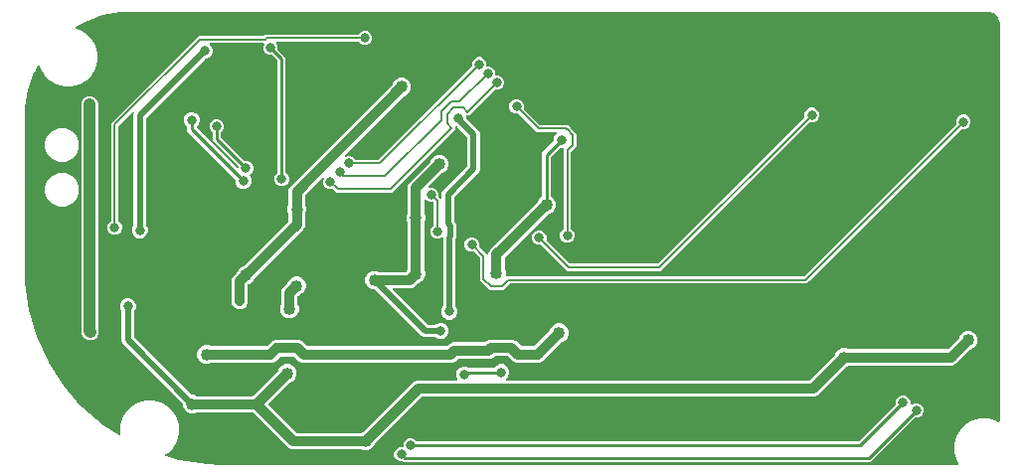
<source format=gbr>
G04 EAGLE Gerber RS-274X export*
G75*
%MOMM*%
%FSLAX34Y34*%
%LPD*%
%INBottom Copper*%
%IPPOS*%
%AMOC8*
5,1,8,0,0,1.08239X$1,22.5*%
G01*
%ADD10C,1.016000*%
%ADD11C,0.812800*%
%ADD12C,0.812800*%
%ADD13C,0.508000*%
%ADD14C,0.279400*%
%ADD15C,0.203200*%
%ADD16C,1.016000*%
%ADD17C,0.254000*%

G36*
X805214Y10176D02*
X805214Y10176D01*
X805309Y10185D01*
X805335Y10196D01*
X805362Y10200D01*
X805447Y10245D01*
X805534Y10283D01*
X805555Y10302D01*
X805580Y10316D01*
X805646Y10385D01*
X805716Y10449D01*
X805730Y10473D01*
X805749Y10494D01*
X805789Y10580D01*
X805836Y10664D01*
X805841Y10691D01*
X805853Y10717D01*
X805863Y10812D01*
X805881Y10905D01*
X805877Y10933D01*
X805880Y10961D01*
X805860Y11055D01*
X805846Y11149D01*
X805832Y11181D01*
X805828Y11202D01*
X805811Y11230D01*
X805779Y11303D01*
X803833Y14673D01*
X802119Y21072D01*
X802119Y27696D01*
X803833Y34095D01*
X807145Y39832D01*
X811830Y44517D01*
X817567Y47829D01*
X823966Y49543D01*
X830590Y49543D01*
X836989Y47829D01*
X839597Y46323D01*
X839687Y46289D01*
X839773Y46249D01*
X839801Y46246D01*
X839827Y46236D01*
X839923Y46232D01*
X840017Y46222D01*
X840045Y46228D01*
X840073Y46227D01*
X840165Y46254D01*
X840258Y46274D01*
X840282Y46289D01*
X840309Y46297D01*
X840387Y46351D01*
X840469Y46400D01*
X840487Y46422D01*
X840510Y46438D01*
X840567Y46515D01*
X840629Y46587D01*
X840639Y46614D01*
X840656Y46636D01*
X840685Y46727D01*
X840721Y46816D01*
X840725Y46851D01*
X840731Y46871D01*
X840731Y46904D01*
X840739Y46982D01*
X840739Y386400D01*
X840736Y386422D01*
X840737Y386460D01*
X840625Y387880D01*
X840624Y387885D01*
X840624Y387891D01*
X840590Y388055D01*
X839713Y390757D01*
X839696Y390788D01*
X839687Y390823D01*
X839604Y390969D01*
X837935Y393267D01*
X837910Y393292D01*
X837891Y393322D01*
X837767Y393435D01*
X835469Y395104D01*
X835437Y395121D01*
X835409Y395143D01*
X835257Y395213D01*
X832555Y396090D01*
X832550Y396091D01*
X832545Y396094D01*
X832380Y396125D01*
X830960Y396237D01*
X830938Y396235D01*
X830900Y396239D01*
X100000Y396239D01*
X99987Y396237D01*
X99967Y396239D01*
X92203Y395900D01*
X92172Y395893D01*
X92104Y395889D01*
X76813Y393192D01*
X76783Y393182D01*
X76685Y393158D01*
X62094Y387847D01*
X62066Y387832D01*
X61973Y387791D01*
X53787Y383065D01*
X53752Y383036D01*
X53718Y383018D01*
X53703Y383002D01*
X53670Y382982D01*
X53637Y382942D01*
X53596Y382909D01*
X53561Y382853D01*
X53549Y382840D01*
X53546Y382834D01*
X53512Y382793D01*
X53493Y382745D01*
X53466Y382701D01*
X53449Y382631D01*
X53423Y382564D01*
X53420Y382512D01*
X53408Y382462D01*
X53415Y382390D01*
X53411Y382318D01*
X53425Y382268D01*
X53430Y382217D01*
X53459Y382151D01*
X53478Y382082D01*
X53508Y382039D01*
X53529Y381991D01*
X53577Y381938D01*
X53618Y381879D01*
X53659Y381848D01*
X53694Y381809D01*
X53757Y381774D01*
X53814Y381731D01*
X53881Y381705D01*
X53909Y381689D01*
X53932Y381685D01*
X53970Y381670D01*
X57133Y380823D01*
X62870Y377511D01*
X67554Y372826D01*
X70867Y367089D01*
X72581Y360690D01*
X72581Y354066D01*
X70867Y347667D01*
X67554Y341930D01*
X62870Y337245D01*
X57133Y333933D01*
X50734Y332219D01*
X44109Y332219D01*
X37711Y333933D01*
X31974Y337245D01*
X27289Y341930D01*
X23977Y347667D01*
X23344Y350029D01*
X23314Y350095D01*
X23294Y350163D01*
X23264Y350206D01*
X23243Y350253D01*
X23194Y350306D01*
X23153Y350365D01*
X23111Y350396D01*
X23075Y350434D01*
X23012Y350468D01*
X22955Y350510D01*
X22905Y350526D01*
X22859Y350551D01*
X22788Y350563D01*
X22720Y350585D01*
X22668Y350585D01*
X22617Y350593D01*
X22546Y350583D01*
X22474Y350582D01*
X22425Y350564D01*
X22374Y350556D01*
X22310Y350524D01*
X22242Y350500D01*
X22201Y350467D01*
X22155Y350444D01*
X22105Y350392D01*
X22049Y350348D01*
X22006Y350290D01*
X21984Y350267D01*
X21974Y350246D01*
X21949Y350213D01*
X18609Y344427D01*
X18598Y344397D01*
X18553Y344306D01*
X13242Y329715D01*
X13236Y329685D01*
X13208Y329587D01*
X10511Y314296D01*
X10511Y314264D01*
X10500Y314197D01*
X10161Y306433D01*
X10163Y306420D01*
X10161Y306400D01*
X10161Y177800D01*
X10162Y177789D01*
X10161Y177773D01*
X10586Y165868D01*
X10592Y165840D01*
X10594Y165787D01*
X13982Y142219D01*
X13992Y142188D01*
X14005Y142113D01*
X20713Y119268D01*
X20727Y119238D01*
X20751Y119166D01*
X30642Y97508D01*
X30660Y97480D01*
X30694Y97412D01*
X43567Y77382D01*
X43589Y77358D01*
X43632Y77295D01*
X59224Y59301D01*
X59249Y59280D01*
X59301Y59224D01*
X77295Y43632D01*
X77323Y43615D01*
X77382Y43567D01*
X90743Y34981D01*
X90825Y34945D01*
X90904Y34902D01*
X90937Y34896D01*
X90968Y34883D01*
X91058Y34875D01*
X91146Y34860D01*
X91180Y34865D01*
X91213Y34862D01*
X91300Y34883D01*
X91389Y34897D01*
X91419Y34912D01*
X91452Y34921D01*
X91528Y34968D01*
X91608Y35010D01*
X91631Y35034D01*
X91660Y35052D01*
X91717Y35122D01*
X91779Y35186D01*
X91794Y35217D01*
X91815Y35243D01*
X91846Y35327D01*
X91885Y35408D01*
X91889Y35442D01*
X91901Y35474D01*
X91904Y35563D01*
X91915Y35652D01*
X91908Y35695D01*
X91909Y35719D01*
X91900Y35750D01*
X91890Y35818D01*
X91655Y36693D01*
X91655Y43317D01*
X93370Y49716D01*
X96682Y55453D01*
X101366Y60138D01*
X107103Y63450D01*
X113502Y65164D01*
X120127Y65164D01*
X126526Y63450D01*
X132263Y60138D01*
X136947Y55453D01*
X140259Y49716D01*
X141974Y43317D01*
X141974Y36693D01*
X140259Y30294D01*
X136947Y24557D01*
X132263Y19872D01*
X130387Y18789D01*
X130338Y18750D01*
X130284Y18718D01*
X130244Y18672D01*
X130196Y18634D01*
X130163Y18580D01*
X130122Y18533D01*
X130098Y18477D01*
X130066Y18425D01*
X130051Y18364D01*
X130027Y18306D01*
X130022Y18245D01*
X130008Y18186D01*
X130014Y18124D01*
X130009Y18061D01*
X130025Y18002D01*
X130030Y17941D01*
X130055Y17884D01*
X130071Y17823D01*
X130104Y17772D01*
X130129Y17716D01*
X130171Y17669D01*
X130205Y17617D01*
X130253Y17579D01*
X130294Y17534D01*
X130349Y17503D01*
X130398Y17464D01*
X130480Y17430D01*
X130509Y17414D01*
X130526Y17411D01*
X130553Y17400D01*
X142113Y14005D01*
X142146Y14001D01*
X142219Y13982D01*
X165787Y10594D01*
X165815Y10594D01*
X165868Y10586D01*
X177773Y10161D01*
X177783Y10163D01*
X177800Y10161D01*
X805120Y10161D01*
X805214Y10176D01*
G37*
%LPC*%
G36*
X363380Y117347D02*
X363380Y117347D01*
X360859Y118391D01*
X360602Y118648D01*
X360528Y118701D01*
X360459Y118761D01*
X360428Y118773D01*
X360402Y118792D01*
X360315Y118819D01*
X360230Y118853D01*
X360189Y118857D01*
X360167Y118864D01*
X360135Y118863D01*
X360064Y118871D01*
X350475Y118871D01*
X348514Y119683D01*
X308909Y159288D01*
X308835Y159341D01*
X308766Y159401D01*
X308736Y159413D01*
X308709Y159432D01*
X308623Y159459D01*
X308538Y159493D01*
X308497Y159497D01*
X308474Y159504D01*
X308442Y159503D01*
X308371Y159511D01*
X306790Y159511D01*
X303895Y160710D01*
X301680Y162925D01*
X300481Y165820D01*
X300481Y168952D01*
X301680Y171847D01*
X303895Y174062D01*
X306790Y175261D01*
X309922Y175261D01*
X312235Y174303D01*
X312299Y174288D01*
X312360Y174263D01*
X312443Y174254D01*
X312475Y174247D01*
X312494Y174248D01*
X312527Y174245D01*
X335172Y174245D01*
X335262Y174259D01*
X335353Y174267D01*
X335382Y174279D01*
X335414Y174284D01*
X335495Y174327D01*
X335579Y174363D01*
X335611Y174389D01*
X335632Y174400D01*
X335654Y174423D01*
X335710Y174468D01*
X335863Y174621D01*
X335901Y174674D01*
X335947Y174721D01*
X335987Y174794D01*
X336007Y174820D01*
X336012Y174839D01*
X336028Y174868D01*
X336745Y176599D01*
X336755Y176640D01*
X336768Y176669D01*
X336771Y176689D01*
X336785Y176724D01*
X336794Y176807D01*
X336801Y176839D01*
X336800Y176858D01*
X336803Y176891D01*
X336803Y216301D01*
X336793Y216366D01*
X336792Y216432D01*
X336769Y216512D01*
X336764Y216544D01*
X336754Y216561D01*
X336745Y216593D01*
X335787Y218906D01*
X335787Y222038D01*
X336745Y224351D01*
X336760Y224415D01*
X336785Y224476D01*
X336794Y224559D01*
X336801Y224591D01*
X336800Y224610D01*
X336803Y224643D01*
X336803Y247744D01*
X337847Y250265D01*
X355675Y268093D01*
X355713Y268146D01*
X355759Y268193D01*
X355799Y268266D01*
X355819Y268293D01*
X355824Y268311D01*
X355840Y268340D01*
X356798Y270653D01*
X359013Y272868D01*
X361908Y274067D01*
X365040Y274067D01*
X367935Y272868D01*
X370150Y270653D01*
X371349Y267758D01*
X371349Y264626D01*
X370150Y261731D01*
X367935Y259516D01*
X365622Y258558D01*
X365566Y258523D01*
X365506Y258498D01*
X365441Y258446D01*
X365413Y258428D01*
X365400Y258413D01*
X365375Y258393D01*
X354192Y247210D01*
X354135Y247131D01*
X354073Y247056D01*
X354064Y247032D01*
X354048Y247010D01*
X354020Y246917D01*
X353985Y246826D01*
X353984Y246800D01*
X353976Y246775D01*
X353979Y246678D01*
X353974Y246581D01*
X353982Y246556D01*
X353982Y246529D01*
X354016Y246438D01*
X354043Y246344D01*
X354058Y246323D01*
X354067Y246298D01*
X354128Y246222D01*
X354183Y246142D01*
X354204Y246127D01*
X354221Y246106D01*
X354302Y246054D01*
X354381Y245996D01*
X354405Y245988D01*
X354427Y245973D01*
X354522Y245950D01*
X354614Y245919D01*
X354641Y245920D01*
X354666Y245913D01*
X354763Y245921D01*
X354860Y245922D01*
X354892Y245931D01*
X354911Y245932D01*
X354941Y245945D01*
X355021Y245969D01*
X355403Y246127D01*
X357829Y246127D01*
X360070Y245199D01*
X361785Y243484D01*
X362713Y241243D01*
X362713Y238768D01*
X362684Y238655D01*
X362685Y238649D01*
X362684Y238643D01*
X362695Y238527D01*
X362704Y238410D01*
X362706Y238404D01*
X362707Y238398D01*
X362754Y238291D01*
X362800Y238184D01*
X362805Y238178D01*
X362807Y238173D01*
X362819Y238160D01*
X362905Y238053D01*
X364401Y236556D01*
X364459Y236515D01*
X364511Y236465D01*
X364559Y236443D01*
X364601Y236413D01*
X364669Y236392D01*
X364734Y236362D01*
X364786Y236356D01*
X364836Y236340D01*
X364908Y236342D01*
X364979Y236334D01*
X365030Y236345D01*
X365082Y236347D01*
X365149Y236371D01*
X365219Y236387D01*
X365264Y236413D01*
X365313Y236431D01*
X365369Y236476D01*
X365430Y236513D01*
X365464Y236552D01*
X365505Y236585D01*
X365544Y236645D01*
X365590Y236700D01*
X365610Y236748D01*
X365638Y236792D01*
X365655Y236861D01*
X365682Y236928D01*
X365690Y236999D01*
X365698Y237030D01*
X365696Y237054D01*
X365701Y237095D01*
X365701Y241541D01*
X366513Y243501D01*
X368121Y245109D01*
X387126Y264115D01*
X387179Y264189D01*
X387239Y264258D01*
X387251Y264288D01*
X387270Y264315D01*
X387297Y264401D01*
X387331Y264486D01*
X387335Y264527D01*
X387342Y264550D01*
X387341Y264582D01*
X387349Y264653D01*
X387349Y289067D01*
X387335Y289157D01*
X387327Y289248D01*
X387315Y289278D01*
X387310Y289310D01*
X387267Y289390D01*
X387231Y289474D01*
X387205Y289506D01*
X387194Y289527D01*
X387171Y289549D01*
X387126Y289605D01*
X378759Y297972D01*
X378685Y298025D01*
X378676Y298033D01*
X378653Y298056D01*
X378643Y298062D01*
X378616Y298085D01*
X378586Y298097D01*
X378559Y298116D01*
X378526Y298126D01*
X378506Y298137D01*
X378101Y298305D01*
X378057Y298315D01*
X378015Y298335D01*
X377938Y298343D01*
X377862Y298361D01*
X377816Y298357D01*
X377771Y298362D01*
X377695Y298345D01*
X377617Y298338D01*
X377575Y298319D01*
X377530Y298309D01*
X377463Y298269D01*
X377392Y298238D01*
X377359Y298207D01*
X377319Y298183D01*
X377269Y298124D01*
X377211Y298071D01*
X377189Y298031D01*
X377159Y297996D01*
X377130Y297924D01*
X377093Y297856D01*
X377084Y297811D01*
X377067Y297768D01*
X377052Y297632D01*
X377049Y297614D01*
X377050Y297609D01*
X377049Y297601D01*
X377049Y295871D01*
X323239Y242061D01*
X275947Y242061D01*
X272789Y245219D01*
X272694Y245287D01*
X272600Y245357D01*
X272594Y245359D01*
X272589Y245363D01*
X272478Y245397D01*
X272366Y245433D01*
X272360Y245433D01*
X272354Y245435D01*
X272237Y245432D01*
X272121Y245431D01*
X272113Y245429D01*
X272108Y245429D01*
X272091Y245422D01*
X272052Y245411D01*
X269599Y245411D01*
X267358Y246339D01*
X265643Y248054D01*
X264715Y250295D01*
X264715Y252721D01*
X265233Y253970D01*
X265255Y254064D01*
X265283Y254157D01*
X265283Y254184D01*
X265289Y254209D01*
X265280Y254306D01*
X265277Y254403D01*
X265268Y254428D01*
X265266Y254454D01*
X265226Y254543D01*
X265193Y254634D01*
X265176Y254655D01*
X265166Y254679D01*
X265100Y254750D01*
X265039Y254826D01*
X265017Y254841D01*
X264999Y254860D01*
X264914Y254907D01*
X264832Y254959D01*
X264807Y254966D01*
X264784Y254978D01*
X264688Y254996D01*
X264593Y255019D01*
X264567Y255017D01*
X264542Y255022D01*
X264445Y255008D01*
X264348Y255000D01*
X264324Y254990D01*
X264298Y254986D01*
X264211Y254942D01*
X264122Y254904D01*
X264096Y254884D01*
X264079Y254875D01*
X264056Y254851D01*
X263991Y254799D01*
X249208Y240017D01*
X249155Y239943D01*
X249096Y239873D01*
X249084Y239843D01*
X249065Y239817D01*
X249038Y239730D01*
X249004Y239645D01*
X248999Y239604D01*
X248993Y239582D01*
X248993Y239550D01*
X248985Y239478D01*
X248985Y231944D01*
X248996Y231879D01*
X248997Y231814D01*
X249020Y231734D01*
X249025Y231701D01*
X249034Y231684D01*
X249043Y231653D01*
X250001Y229340D01*
X250001Y226207D01*
X249043Y223894D01*
X249028Y223830D01*
X249004Y223769D01*
X248995Y223686D01*
X248987Y223654D01*
X248989Y223635D01*
X248985Y223603D01*
X248985Y213330D01*
X247941Y210810D01*
X245905Y208773D01*
X206681Y169549D01*
X206643Y169496D01*
X206597Y169449D01*
X206557Y169376D01*
X206537Y169349D01*
X206532Y169331D01*
X206516Y169302D01*
X205558Y166989D01*
X203343Y164774D01*
X201030Y163816D01*
X200974Y163782D01*
X200914Y163756D01*
X200849Y163704D01*
X200821Y163686D01*
X200808Y163671D01*
X200783Y163651D01*
X200630Y163498D01*
X200576Y163424D01*
X200517Y163355D01*
X200505Y163324D01*
X200486Y163298D01*
X200459Y163211D01*
X200425Y163126D01*
X200421Y163085D01*
X200414Y163063D01*
X200415Y163031D01*
X200407Y162960D01*
X200407Y147988D01*
X199363Y145467D01*
X197433Y143537D01*
X194912Y142493D01*
X192184Y142493D01*
X189663Y143537D01*
X187733Y145467D01*
X186689Y147988D01*
X186689Y167480D01*
X187733Y170001D01*
X191083Y173351D01*
X191121Y173404D01*
X191167Y173451D01*
X191207Y173524D01*
X191227Y173551D01*
X191232Y173569D01*
X191248Y173598D01*
X192206Y175911D01*
X194421Y178126D01*
X196734Y179084D01*
X196790Y179118D01*
X196850Y179144D01*
X196915Y179196D01*
X196943Y179214D01*
X196956Y179229D01*
X196981Y179249D01*
X235045Y217313D01*
X235098Y217387D01*
X235158Y217456D01*
X235170Y217486D01*
X235189Y217513D01*
X235215Y217599D01*
X235250Y217684D01*
X235254Y217725D01*
X235261Y217748D01*
X235260Y217780D01*
X235268Y217851D01*
X235268Y223603D01*
X235257Y223667D01*
X235257Y223733D01*
X235234Y223813D01*
X235228Y223845D01*
X235219Y223863D01*
X235210Y223894D01*
X234252Y226207D01*
X234252Y229340D01*
X235210Y231653D01*
X235225Y231716D01*
X235250Y231777D01*
X235259Y231860D01*
X235266Y231892D01*
X235264Y231911D01*
X235268Y231944D01*
X235268Y243999D01*
X236312Y246520D01*
X323671Y333879D01*
X323709Y333932D01*
X323755Y333979D01*
X323795Y334052D01*
X323815Y334079D01*
X323820Y334097D01*
X323836Y334126D01*
X324794Y336439D01*
X327009Y338654D01*
X329904Y339853D01*
X333036Y339853D01*
X335931Y338654D01*
X338146Y336439D01*
X339345Y333544D01*
X339345Y330412D01*
X338146Y327517D01*
X335931Y325302D01*
X333618Y324344D01*
X333562Y324310D01*
X333502Y324284D01*
X333437Y324232D01*
X333409Y324214D01*
X333396Y324199D01*
X333371Y324179D01*
X282967Y273775D01*
X282910Y273696D01*
X282848Y273621D01*
X282838Y273596D01*
X282823Y273575D01*
X282795Y273482D01*
X282760Y273391D01*
X282758Y273365D01*
X282751Y273340D01*
X282753Y273243D01*
X282749Y273146D01*
X282756Y273120D01*
X282757Y273094D01*
X282791Y273003D01*
X282818Y272909D01*
X282833Y272888D01*
X282842Y272863D01*
X282902Y272787D01*
X282958Y272707D01*
X282979Y272692D01*
X282995Y272671D01*
X283077Y272619D01*
X283155Y272560D01*
X283180Y272552D01*
X283202Y272538D01*
X283297Y272514D01*
X283389Y272484D01*
X283415Y272485D01*
X283441Y272478D01*
X283538Y272486D01*
X283635Y272487D01*
X283667Y272496D01*
X283686Y272497D01*
X283716Y272510D01*
X283796Y272533D01*
X285045Y273051D01*
X287471Y273051D01*
X289712Y272123D01*
X291462Y270372D01*
X291521Y270273D01*
X291526Y270269D01*
X291529Y270264D01*
X291619Y270189D01*
X291708Y270113D01*
X291714Y270111D01*
X291718Y270107D01*
X291827Y270065D01*
X291936Y270021D01*
X291944Y270020D01*
X291948Y270019D01*
X291966Y270018D01*
X292103Y270003D01*
X311350Y270003D01*
X311440Y270017D01*
X311531Y270025D01*
X311561Y270037D01*
X311593Y270042D01*
X311673Y270085D01*
X311757Y270121D01*
X311789Y270147D01*
X311810Y270158D01*
X311832Y270181D01*
X311888Y270226D01*
X390967Y349305D01*
X391035Y349399D01*
X391105Y349494D01*
X391107Y349500D01*
X391111Y349505D01*
X391145Y349616D01*
X391181Y349727D01*
X391181Y349734D01*
X391183Y349740D01*
X391180Y349856D01*
X391179Y349973D01*
X391177Y349981D01*
X391177Y349986D01*
X391170Y350003D01*
X391159Y350041D01*
X391159Y352495D01*
X392087Y354736D01*
X393802Y356451D01*
X396043Y357379D01*
X398469Y357379D01*
X400710Y356451D01*
X402425Y354736D01*
X403353Y352495D01*
X403353Y350417D01*
X403354Y350406D01*
X403354Y350400D01*
X403355Y350392D01*
X403354Y350377D01*
X403376Y350276D01*
X403392Y350174D01*
X403402Y350157D01*
X403406Y350137D01*
X403459Y350048D01*
X403508Y349957D01*
X403522Y349943D01*
X403532Y349926D01*
X403611Y349859D01*
X403686Y349787D01*
X403704Y349779D01*
X403719Y349766D01*
X403815Y349727D01*
X403909Y349684D01*
X403929Y349682D01*
X403947Y349674D01*
X404114Y349656D01*
X406192Y349656D01*
X408433Y348727D01*
X410148Y347012D01*
X411076Y344772D01*
X411076Y342694D01*
X411079Y342674D01*
X411077Y342654D01*
X411099Y342553D01*
X411116Y342451D01*
X411125Y342434D01*
X411129Y342414D01*
X411182Y342325D01*
X411231Y342234D01*
X411245Y342220D01*
X411255Y342203D01*
X411334Y342136D01*
X411409Y342064D01*
X411427Y342056D01*
X411442Y342043D01*
X411538Y342004D01*
X411632Y341961D01*
X411652Y341959D01*
X411670Y341951D01*
X411837Y341933D01*
X413915Y341933D01*
X416156Y341004D01*
X417871Y339289D01*
X418799Y337049D01*
X418799Y334623D01*
X417871Y332382D01*
X416156Y330667D01*
X413915Y329739D01*
X411440Y329739D01*
X411327Y329767D01*
X411321Y329767D01*
X411315Y329768D01*
X411199Y329757D01*
X411082Y329748D01*
X411076Y329746D01*
X411070Y329745D01*
X410963Y329698D01*
X410856Y329652D01*
X410850Y329647D01*
X410846Y329645D01*
X410832Y329633D01*
X410725Y329547D01*
X388913Y307735D01*
X387183Y307735D01*
X387137Y307728D01*
X387091Y307730D01*
X387016Y307708D01*
X386940Y307695D01*
X386899Y307674D01*
X386855Y307661D01*
X386791Y307617D01*
X386722Y307580D01*
X386691Y307547D01*
X386653Y307521D01*
X386607Y307458D01*
X386553Y307402D01*
X386534Y307360D01*
X386506Y307323D01*
X386482Y307249D01*
X386449Y307179D01*
X386444Y307133D01*
X386430Y307090D01*
X386431Y307012D01*
X386422Y306934D01*
X386432Y306890D01*
X386433Y306844D01*
X386471Y306712D01*
X386475Y306694D01*
X386477Y306690D01*
X386479Y306683D01*
X386589Y306418D01*
X386589Y305547D01*
X386603Y305457D01*
X386611Y305366D01*
X386623Y305336D01*
X386628Y305304D01*
X386671Y305224D01*
X386707Y305140D01*
X386733Y305108D01*
X386744Y305087D01*
X386767Y305065D01*
X386786Y305041D01*
X386790Y305035D01*
X386794Y305031D01*
X386812Y305009D01*
X397207Y294614D01*
X398019Y292653D01*
X398019Y261067D01*
X397207Y259106D01*
X395599Y257498D01*
X376593Y238493D01*
X376540Y238419D01*
X376481Y238349D01*
X376468Y238319D01*
X376450Y238293D01*
X376423Y238206D01*
X376389Y238121D01*
X376384Y238080D01*
X376377Y238058D01*
X376378Y238026D01*
X376370Y237954D01*
X376370Y218033D01*
X376385Y217943D01*
X376392Y217852D01*
X376405Y217822D01*
X376410Y217790D01*
X376453Y217709D01*
X376488Y217626D01*
X376514Y217593D01*
X376525Y217573D01*
X376548Y217551D01*
X376593Y217495D01*
X377395Y216693D01*
X378207Y214732D01*
X378207Y203352D01*
X377444Y201511D01*
X377434Y201469D01*
X377421Y201439D01*
X377419Y201420D01*
X377405Y201386D01*
X377395Y201303D01*
X377388Y201271D01*
X377390Y201252D01*
X377386Y201219D01*
X377386Y145338D01*
X377401Y145248D01*
X377408Y145157D01*
X377421Y145127D01*
X377426Y145095D01*
X377469Y145014D01*
X377504Y144930D01*
X377530Y144898D01*
X377541Y144878D01*
X377564Y144855D01*
X377609Y144799D01*
X377866Y144543D01*
X378910Y142022D01*
X378910Y139293D01*
X377866Y136772D01*
X375937Y134843D01*
X373416Y133799D01*
X370687Y133799D01*
X368166Y134843D01*
X366237Y136772D01*
X365193Y139293D01*
X365193Y142022D01*
X366237Y144543D01*
X366494Y144799D01*
X366547Y144873D01*
X366606Y144943D01*
X366618Y144973D01*
X366637Y144999D01*
X366664Y145086D01*
X366698Y145171D01*
X366703Y145212D01*
X366710Y145234D01*
X366709Y145266D01*
X366717Y145338D01*
X366717Y203603D01*
X366705Y203674D01*
X366703Y203745D01*
X366685Y203794D01*
X366677Y203846D01*
X366643Y203909D01*
X366619Y203976D01*
X366586Y204017D01*
X366562Y204063D01*
X366510Y204112D01*
X366465Y204168D01*
X366421Y204197D01*
X366384Y204232D01*
X366319Y204263D01*
X366258Y204301D01*
X366208Y204314D01*
X366160Y204336D01*
X366089Y204344D01*
X366020Y204361D01*
X365968Y204357D01*
X365916Y204363D01*
X365846Y204348D01*
X365774Y204342D01*
X365727Y204322D01*
X365676Y204311D01*
X365614Y204274D01*
X365548Y204246D01*
X365492Y204201D01*
X365465Y204185D01*
X365449Y204167D01*
X365417Y204141D01*
X365150Y203873D01*
X362909Y202945D01*
X360483Y202945D01*
X358242Y203873D01*
X356527Y205588D01*
X355599Y207829D01*
X355599Y210255D01*
X356527Y212496D01*
X358278Y214246D01*
X358377Y214305D01*
X358381Y214310D01*
X358386Y214313D01*
X358461Y214403D01*
X358537Y214492D01*
X358539Y214498D01*
X358543Y214502D01*
X358585Y214611D01*
X358629Y214720D01*
X358630Y214728D01*
X358631Y214732D01*
X358632Y214750D01*
X358647Y214887D01*
X358647Y233172D01*
X358644Y233192D01*
X358646Y233211D01*
X358624Y233313D01*
X358608Y233415D01*
X358598Y233432D01*
X358594Y233452D01*
X358541Y233541D01*
X358492Y233632D01*
X358478Y233646D01*
X358468Y233663D01*
X358389Y233730D01*
X358314Y233802D01*
X358296Y233810D01*
X358281Y233823D01*
X358185Y233862D01*
X358091Y233905D01*
X358071Y233907D01*
X358053Y233915D01*
X357886Y233933D01*
X355403Y233933D01*
X353162Y234861D01*
X351820Y236204D01*
X351762Y236246D01*
X351710Y236295D01*
X351663Y236317D01*
X351621Y236347D01*
X351552Y236368D01*
X351487Y236399D01*
X351435Y236404D01*
X351385Y236420D01*
X351314Y236418D01*
X351243Y236426D01*
X351192Y236415D01*
X351140Y236413D01*
X351072Y236389D01*
X351002Y236373D01*
X350957Y236347D01*
X350909Y236329D01*
X350853Y236284D01*
X350791Y236247D01*
X350757Y236208D01*
X350717Y236175D01*
X350678Y236115D01*
X350631Y236060D01*
X350612Y236012D01*
X350584Y235968D01*
X350566Y235899D01*
X350539Y235832D01*
X350531Y235761D01*
X350523Y235730D01*
X350525Y235706D01*
X350521Y235665D01*
X350521Y224643D01*
X350531Y224578D01*
X350532Y224512D01*
X350555Y224432D01*
X350560Y224400D01*
X350570Y224383D01*
X350579Y224351D01*
X351537Y222038D01*
X351537Y218906D01*
X350579Y216593D01*
X350564Y216529D01*
X350539Y216468D01*
X350530Y216385D01*
X350523Y216353D01*
X350524Y216334D01*
X350521Y216301D01*
X350521Y176891D01*
X350529Y176840D01*
X350528Y176835D01*
X350531Y176822D01*
X350532Y176760D01*
X350555Y176680D01*
X350560Y176648D01*
X350570Y176631D01*
X350579Y176599D01*
X351537Y174286D01*
X351537Y171154D01*
X350338Y168259D01*
X348123Y166044D01*
X345810Y165086D01*
X345754Y165052D01*
X345694Y165026D01*
X345629Y164974D01*
X345601Y164956D01*
X345588Y164941D01*
X345563Y164921D01*
X344250Y163608D01*
X342213Y161571D01*
X339692Y160527D01*
X324597Y160527D01*
X324526Y160516D01*
X324455Y160514D01*
X324406Y160496D01*
X324354Y160488D01*
X324291Y160454D01*
X324224Y160429D01*
X324183Y160397D01*
X324137Y160372D01*
X324088Y160320D01*
X324032Y160276D01*
X324003Y160232D01*
X323967Y160194D01*
X323937Y160129D01*
X323899Y160069D01*
X323886Y160018D01*
X323864Y159971D01*
X323856Y159900D01*
X323838Y159830D01*
X323843Y159778D01*
X323837Y159727D01*
X323852Y159656D01*
X323858Y159585D01*
X323878Y159537D01*
X323889Y159486D01*
X323926Y159425D01*
X323954Y159359D01*
X323999Y159303D01*
X324015Y159275D01*
X324033Y159260D01*
X324059Y159228D01*
X353523Y129764D01*
X353597Y129711D01*
X353666Y129651D01*
X353696Y129639D01*
X353723Y129620D01*
X353809Y129593D01*
X353894Y129559D01*
X353935Y129555D01*
X353958Y129548D01*
X353990Y129549D01*
X354061Y129541D01*
X360064Y129541D01*
X360154Y129555D01*
X360245Y129563D01*
X360274Y129575D01*
X360306Y129580D01*
X360387Y129623D01*
X360471Y129659D01*
X360503Y129685D01*
X360524Y129696D01*
X360546Y129719D01*
X360602Y129764D01*
X360859Y130021D01*
X363380Y131065D01*
X366108Y131065D01*
X368629Y130021D01*
X370559Y128091D01*
X371603Y125570D01*
X371603Y122842D01*
X370559Y120321D01*
X368629Y118391D01*
X366108Y117347D01*
X363380Y117347D01*
G37*
%LPD*%
%LPC*%
G36*
X299063Y22245D02*
X299063Y22245D01*
X296750Y23203D01*
X296686Y23218D01*
X296625Y23242D01*
X296543Y23251D01*
X296511Y23259D01*
X296491Y23257D01*
X296459Y23261D01*
X237902Y23261D01*
X235381Y24305D01*
X205046Y54640D01*
X204972Y54693D01*
X204903Y54753D01*
X204872Y54765D01*
X204846Y54784D01*
X204759Y54811D01*
X204674Y54845D01*
X204633Y54849D01*
X204611Y54856D01*
X204579Y54855D01*
X204508Y54863D01*
X157333Y54863D01*
X157268Y54853D01*
X157202Y54852D01*
X157122Y54829D01*
X157090Y54824D01*
X157073Y54814D01*
X157041Y54805D01*
X154728Y53847D01*
X151596Y53847D01*
X148701Y55046D01*
X146486Y57261D01*
X145287Y60156D01*
X145287Y61737D01*
X145273Y61827D01*
X145265Y61918D01*
X145253Y61948D01*
X145248Y61980D01*
X145205Y62060D01*
X145169Y62144D01*
X145143Y62176D01*
X145132Y62197D01*
X145109Y62219D01*
X145064Y62275D01*
X93775Y113564D01*
X92963Y115525D01*
X92963Y140354D01*
X92961Y140366D01*
X92962Y140374D01*
X92953Y140417D01*
X92949Y140444D01*
X92941Y140535D01*
X92929Y140564D01*
X92924Y140596D01*
X92881Y140677D01*
X92845Y140761D01*
X92819Y140793D01*
X92808Y140814D01*
X92785Y140836D01*
X92740Y140892D01*
X92483Y141149D01*
X91439Y143670D01*
X91439Y146398D01*
X92483Y148919D01*
X94413Y150849D01*
X96934Y151893D01*
X99662Y151893D01*
X102183Y150849D01*
X104113Y148919D01*
X105157Y146398D01*
X105157Y143670D01*
X104113Y141149D01*
X103856Y140892D01*
X103803Y140818D01*
X103743Y140749D01*
X103731Y140718D01*
X103712Y140692D01*
X103685Y140605D01*
X103651Y140520D01*
X103647Y140479D01*
X103640Y140457D01*
X103641Y140425D01*
X103633Y140354D01*
X103633Y119111D01*
X103647Y119021D01*
X103655Y118930D01*
X103667Y118900D01*
X103672Y118868D01*
X103715Y118788D01*
X103751Y118704D01*
X103777Y118672D01*
X103788Y118651D01*
X103811Y118629D01*
X103856Y118573D01*
X152609Y69820D01*
X152683Y69767D01*
X152752Y69707D01*
X152782Y69695D01*
X152809Y69676D01*
X152895Y69649D01*
X152980Y69615D01*
X153021Y69611D01*
X153044Y69604D01*
X153076Y69605D01*
X153147Y69597D01*
X154728Y69597D01*
X157041Y68639D01*
X157105Y68624D01*
X157166Y68599D01*
X157249Y68590D01*
X157281Y68583D01*
X157300Y68584D01*
X157333Y68581D01*
X204508Y68581D01*
X204598Y68595D01*
X204689Y68603D01*
X204718Y68615D01*
X204750Y68620D01*
X204831Y68663D01*
X204915Y68699D01*
X204947Y68725D01*
X204968Y68736D01*
X204990Y68759D01*
X205046Y68804D01*
X226135Y89893D01*
X226173Y89946D01*
X226219Y89993D01*
X226259Y90066D01*
X226279Y90093D01*
X226284Y90111D01*
X226300Y90140D01*
X227258Y92453D01*
X229473Y94668D01*
X232368Y95867D01*
X235500Y95867D01*
X238395Y94668D01*
X240610Y92453D01*
X241809Y89558D01*
X241809Y86426D01*
X240610Y83531D01*
X238395Y81316D01*
X236082Y80358D01*
X236026Y80324D01*
X235966Y80298D01*
X235901Y80246D01*
X235873Y80228D01*
X235860Y80213D01*
X235835Y80193D01*
X217902Y62260D01*
X217890Y62244D01*
X217875Y62232D01*
X217819Y62144D01*
X217758Y62061D01*
X217753Y62042D01*
X217742Y62025D01*
X217717Y61924D01*
X217686Y61825D01*
X217687Y61806D01*
X217682Y61786D01*
X217690Y61683D01*
X217692Y61580D01*
X217699Y61561D01*
X217701Y61541D01*
X217741Y61446D01*
X217777Y61349D01*
X217789Y61333D01*
X217797Y61315D01*
X217902Y61184D01*
X241885Y37201D01*
X241959Y37148D01*
X242028Y37089D01*
X242058Y37076D01*
X242084Y37058D01*
X242171Y37031D01*
X242256Y36997D01*
X242297Y36992D01*
X242319Y36985D01*
X242352Y36986D01*
X242423Y36978D01*
X296459Y36978D01*
X296523Y36989D01*
X296589Y36989D01*
X296669Y37013D01*
X296701Y37018D01*
X296719Y37027D01*
X296750Y37036D01*
X298482Y37753D01*
X298537Y37788D01*
X298598Y37813D01*
X298662Y37865D01*
X298691Y37883D01*
X298703Y37898D01*
X298729Y37918D01*
X339772Y78962D01*
X341809Y80999D01*
X344330Y82043D01*
X378544Y82043D01*
X378590Y82050D01*
X378635Y82048D01*
X378710Y82070D01*
X378787Y82082D01*
X378828Y82104D01*
X378872Y82117D01*
X378936Y82161D01*
X379004Y82198D01*
X379036Y82231D01*
X379074Y82257D01*
X379120Y82320D01*
X379174Y82376D01*
X379193Y82418D01*
X379221Y82454D01*
X379245Y82528D01*
X379277Y82599D01*
X379282Y82645D01*
X379297Y82688D01*
X379296Y82766D01*
X379305Y82843D01*
X379295Y82888D01*
X379294Y82934D01*
X379256Y83066D01*
X379252Y83084D01*
X379250Y83088D01*
X379248Y83095D01*
X378205Y85612D01*
X378205Y88340D01*
X379249Y90861D01*
X381179Y92791D01*
X383700Y93835D01*
X386428Y93835D01*
X388082Y93150D01*
X388146Y93135D01*
X388207Y93110D01*
X388290Y93101D01*
X388322Y93094D01*
X388341Y93095D01*
X388373Y93092D01*
X410483Y93092D01*
X410573Y93106D01*
X410664Y93114D01*
X410693Y93126D01*
X410725Y93131D01*
X410806Y93174D01*
X410890Y93210D01*
X410922Y93236D01*
X410943Y93247D01*
X410965Y93270D01*
X411021Y93315D01*
X412421Y94715D01*
X414942Y95759D01*
X417670Y95759D01*
X420191Y94715D01*
X422121Y92785D01*
X423165Y90264D01*
X423165Y87536D01*
X422121Y85015D01*
X420448Y83342D01*
X420406Y83284D01*
X420357Y83232D01*
X420335Y83185D01*
X420304Y83143D01*
X420283Y83074D01*
X420253Y83009D01*
X420247Y82957D01*
X420232Y82907D01*
X420234Y82836D01*
X420226Y82765D01*
X420237Y82714D01*
X420238Y82662D01*
X420263Y82594D01*
X420278Y82524D01*
X420305Y82479D01*
X420323Y82431D01*
X420368Y82375D01*
X420404Y82313D01*
X420444Y82279D01*
X420477Y82239D01*
X420537Y82200D01*
X420591Y82153D01*
X420640Y82134D01*
X420684Y82106D01*
X420753Y82088D01*
X420820Y82061D01*
X420891Y82053D01*
X420922Y82045D01*
X420945Y82047D01*
X420986Y82043D01*
X678580Y82043D01*
X678670Y82057D01*
X678761Y82065D01*
X678790Y82077D01*
X678822Y82082D01*
X678903Y82125D01*
X678987Y82161D01*
X679019Y82187D01*
X679040Y82198D01*
X679062Y82221D01*
X679118Y82266D01*
X700353Y103501D01*
X700391Y103554D01*
X700437Y103601D01*
X700477Y103674D01*
X700497Y103701D01*
X700502Y103719D01*
X700518Y103748D01*
X701476Y106061D01*
X703691Y108276D01*
X706586Y109475D01*
X709718Y109475D01*
X712031Y108517D01*
X712095Y108502D01*
X712156Y108477D01*
X712239Y108468D01*
X712271Y108461D01*
X712290Y108462D01*
X712323Y108459D01*
X796182Y108459D01*
X796272Y108473D01*
X796363Y108481D01*
X796392Y108493D01*
X796424Y108498D01*
X796505Y108541D01*
X796589Y108577D01*
X796621Y108603D01*
X796642Y108614D01*
X796664Y108637D01*
X796720Y108682D01*
X806017Y117979D01*
X806055Y118032D01*
X806101Y118079D01*
X806141Y118152D01*
X806161Y118179D01*
X806166Y118197D01*
X806182Y118226D01*
X807140Y120539D01*
X809355Y122754D01*
X812250Y123953D01*
X815382Y123953D01*
X818277Y122754D01*
X820492Y120539D01*
X821691Y117644D01*
X821691Y114512D01*
X820492Y111617D01*
X818277Y109402D01*
X815964Y108444D01*
X815908Y108409D01*
X815848Y108384D01*
X815783Y108332D01*
X815755Y108314D01*
X815742Y108299D01*
X815717Y108279D01*
X803223Y95785D01*
X800702Y94741D01*
X712323Y94741D01*
X712258Y94731D01*
X712192Y94730D01*
X712112Y94707D01*
X712080Y94702D01*
X712063Y94692D01*
X712031Y94683D01*
X710300Y93966D01*
X710244Y93931D01*
X710184Y93906D01*
X710119Y93854D01*
X710091Y93837D01*
X710078Y93821D01*
X710053Y93801D01*
X687658Y71406D01*
X685621Y69369D01*
X683100Y68325D01*
X348850Y68325D01*
X348760Y68311D01*
X348669Y68303D01*
X348640Y68291D01*
X348608Y68286D01*
X348527Y68243D01*
X348443Y68207D01*
X348411Y68181D01*
X348390Y68170D01*
X348368Y68147D01*
X348312Y68102D01*
X308428Y28219D01*
X308390Y28165D01*
X308344Y28119D01*
X308304Y28045D01*
X308285Y28019D01*
X308279Y28000D01*
X308263Y27972D01*
X307305Y25659D01*
X305090Y23444D01*
X302196Y22245D01*
X299063Y22245D01*
G37*
%LPD*%
%LPC*%
G36*
X332995Y12497D02*
X332995Y12497D01*
X332813Y12679D01*
X332740Y12732D01*
X332670Y12791D01*
X332640Y12804D01*
X332614Y12822D01*
X332527Y12849D01*
X332442Y12883D01*
X332401Y12888D01*
X332379Y12895D01*
X332346Y12894D01*
X332275Y12902D01*
X329952Y12902D01*
X327711Y13830D01*
X325996Y15545D01*
X325068Y17786D01*
X325068Y20211D01*
X325996Y22452D01*
X327711Y24167D01*
X329952Y25095D01*
X332030Y25095D01*
X332049Y25098D01*
X332069Y25096D01*
X332170Y25118D01*
X332272Y25135D01*
X332290Y25144D01*
X332309Y25149D01*
X332398Y25202D01*
X332490Y25250D01*
X332503Y25264D01*
X332521Y25275D01*
X332588Y25353D01*
X332659Y25428D01*
X332667Y25446D01*
X332680Y25462D01*
X332719Y25558D01*
X332763Y25651D01*
X332765Y25671D01*
X332772Y25690D01*
X332791Y25856D01*
X332791Y27934D01*
X333719Y30175D01*
X335434Y31890D01*
X337675Y32818D01*
X340100Y32818D01*
X342341Y31890D01*
X343984Y30247D01*
X344058Y30194D01*
X344127Y30135D01*
X344158Y30123D01*
X344184Y30104D01*
X344271Y30077D01*
X344356Y30043D01*
X344396Y30038D01*
X344419Y30031D01*
X344451Y30032D01*
X344522Y30024D01*
X720236Y30024D01*
X720326Y30039D01*
X720417Y30046D01*
X720447Y30059D01*
X720479Y30064D01*
X720560Y30107D01*
X720644Y30142D01*
X720676Y30168D01*
X720696Y30179D01*
X720719Y30202D01*
X720774Y30247D01*
X752124Y61597D01*
X752177Y61671D01*
X752237Y61740D01*
X752249Y61771D01*
X752268Y61797D01*
X752295Y61884D01*
X752329Y61969D01*
X752333Y62010D01*
X752340Y62032D01*
X752339Y62064D01*
X752347Y62135D01*
X752347Y64459D01*
X753275Y66700D01*
X754990Y68415D01*
X757231Y69343D01*
X759657Y69343D01*
X761898Y68415D01*
X763613Y66700D01*
X764541Y64459D01*
X764541Y62012D01*
X764530Y61967D01*
X764502Y61874D01*
X764502Y61847D01*
X764496Y61822D01*
X764505Y61725D01*
X764508Y61628D01*
X764517Y61603D01*
X764519Y61577D01*
X764559Y61488D01*
X764592Y61397D01*
X764609Y61376D01*
X764619Y61352D01*
X764685Y61281D01*
X764746Y61205D01*
X764768Y61191D01*
X764786Y61171D01*
X764871Y61124D01*
X764953Y61072D01*
X764978Y61065D01*
X765001Y61053D01*
X765097Y61035D01*
X765192Y61012D01*
X765218Y61014D01*
X765243Y61009D01*
X765340Y61023D01*
X765437Y61031D01*
X765461Y61041D01*
X765487Y61045D01*
X765574Y61089D01*
X765663Y61127D01*
X765689Y61148D01*
X765706Y61156D01*
X765729Y61180D01*
X765794Y61232D01*
X766270Y61708D01*
X768510Y62636D01*
X770936Y62636D01*
X773177Y61707D01*
X774892Y59992D01*
X775820Y57752D01*
X775820Y55326D01*
X774892Y53085D01*
X773177Y51370D01*
X770936Y50442D01*
X768612Y50442D01*
X768522Y50427D01*
X768431Y50420D01*
X768402Y50408D01*
X768370Y50402D01*
X768289Y50360D01*
X768205Y50324D01*
X768173Y50298D01*
X768152Y50287D01*
X768130Y50264D01*
X768074Y50219D01*
X730352Y12497D01*
X332995Y12497D01*
G37*
%LPD*%
%LPC*%
G36*
X406402Y158876D02*
X406402Y158876D01*
X398144Y167134D01*
X398144Y186001D01*
X398130Y186091D01*
X398122Y186182D01*
X398110Y186212D01*
X398105Y186244D01*
X398084Y186283D01*
X398082Y186289D01*
X398065Y186319D01*
X398062Y186324D01*
X398026Y186408D01*
X398000Y186440D01*
X397989Y186461D01*
X397967Y186482D01*
X397956Y186500D01*
X397944Y186511D01*
X397921Y186539D01*
X393137Y191323D01*
X393042Y191392D01*
X392948Y191461D01*
X392942Y191463D01*
X392937Y191467D01*
X392826Y191501D01*
X392715Y191537D01*
X392708Y191537D01*
X392702Y191539D01*
X392586Y191536D01*
X392469Y191535D01*
X392461Y191533D01*
X392456Y191533D01*
X392439Y191526D01*
X392401Y191515D01*
X389947Y191515D01*
X387706Y192443D01*
X385991Y194158D01*
X385063Y196399D01*
X385063Y198825D01*
X385991Y201066D01*
X387706Y202781D01*
X389947Y203709D01*
X392373Y203709D01*
X394614Y202781D01*
X396329Y201066D01*
X397257Y198825D01*
X397257Y196350D01*
X397228Y196237D01*
X397229Y196231D01*
X397228Y196225D01*
X397239Y196109D01*
X397248Y195992D01*
X397250Y195986D01*
X397251Y195980D01*
X397298Y195873D01*
X397344Y195766D01*
X397349Y195760D01*
X397351Y195755D01*
X397363Y195742D01*
X397449Y195635D01*
X402233Y190851D01*
X404084Y189000D01*
X404142Y188958D01*
X404194Y188909D01*
X404241Y188887D01*
X404283Y188856D01*
X404352Y188835D01*
X404417Y188805D01*
X404469Y188799D01*
X404519Y188784D01*
X404590Y188786D01*
X404661Y188778D01*
X404712Y188789D01*
X404764Y188790D01*
X404832Y188815D01*
X404902Y188830D01*
X404947Y188857D01*
X404995Y188875D01*
X405051Y188920D01*
X405113Y188956D01*
X405147Y188996D01*
X405187Y189028D01*
X405226Y189089D01*
X405273Y189143D01*
X405292Y189192D01*
X405320Y189235D01*
X405338Y189305D01*
X405365Y189371D01*
X405373Y189443D01*
X405381Y189474D01*
X405379Y189497D01*
X405383Y189538D01*
X405383Y190340D01*
X406427Y192861D01*
X446861Y233295D01*
X446899Y233348D01*
X446945Y233395D01*
X446985Y233468D01*
X447005Y233495D01*
X447010Y233513D01*
X447026Y233542D01*
X447984Y235855D01*
X450245Y238116D01*
X450298Y238190D01*
X450358Y238259D01*
X450370Y238289D01*
X450389Y238316D01*
X450416Y238403D01*
X450450Y238487D01*
X450454Y238528D01*
X450461Y238551D01*
X450460Y238583D01*
X450468Y238654D01*
X450468Y275548D01*
X460532Y285612D01*
X460585Y285686D01*
X460645Y285756D01*
X460657Y285786D01*
X460676Y285812D01*
X460703Y285899D01*
X460737Y285984D01*
X460741Y286025D01*
X460748Y286047D01*
X460747Y286079D01*
X460755Y286151D01*
X460755Y288130D01*
X461799Y290651D01*
X463218Y292070D01*
X463260Y292128D01*
X463309Y292180D01*
X463331Y292227D01*
X463362Y292269D01*
X463383Y292338D01*
X463413Y292403D01*
X463419Y292455D01*
X463434Y292505D01*
X463432Y292576D01*
X463440Y292647D01*
X463429Y292698D01*
X463428Y292750D01*
X463403Y292818D01*
X463388Y292888D01*
X463361Y292933D01*
X463343Y292981D01*
X463298Y293037D01*
X463262Y293099D01*
X463222Y293133D01*
X463189Y293173D01*
X463129Y293212D01*
X463075Y293259D01*
X463026Y293278D01*
X462982Y293306D01*
X462913Y293324D01*
X462846Y293351D01*
X462775Y293359D01*
X462744Y293367D01*
X462721Y293365D01*
X462680Y293369D01*
X446793Y293369D01*
X444784Y295378D01*
X431237Y308925D01*
X431143Y308993D01*
X431048Y309063D01*
X431042Y309065D01*
X431037Y309069D01*
X430926Y309103D01*
X430815Y309139D01*
X430808Y309139D01*
X430802Y309141D01*
X430686Y309138D01*
X430569Y309137D01*
X430561Y309135D01*
X430556Y309135D01*
X430539Y309128D01*
X430501Y309117D01*
X428047Y309117D01*
X425806Y310045D01*
X424091Y311760D01*
X423163Y314001D01*
X423163Y316427D01*
X424091Y318668D01*
X425806Y320383D01*
X428047Y321311D01*
X430473Y321311D01*
X432714Y320383D01*
X434429Y318668D01*
X435357Y316427D01*
X435357Y313952D01*
X435328Y313839D01*
X435329Y313833D01*
X435328Y313827D01*
X435339Y313711D01*
X435348Y313594D01*
X435350Y313588D01*
X435351Y313582D01*
X435398Y313475D01*
X435444Y313368D01*
X435449Y313362D01*
X435451Y313357D01*
X435463Y313344D01*
X435549Y313237D01*
X449096Y299690D01*
X449170Y299637D01*
X449239Y299577D01*
X449269Y299565D01*
X449296Y299546D01*
X449383Y299519D01*
X449467Y299485D01*
X449508Y299481D01*
X449531Y299474D01*
X449563Y299475D01*
X449634Y299467D01*
X472875Y299467D01*
X473160Y299182D01*
X473234Y299129D01*
X473303Y299069D01*
X473333Y299057D01*
X473360Y299038D01*
X473447Y299011D01*
X473531Y298977D01*
X473572Y298973D01*
X473595Y298966D01*
X473627Y298967D01*
X473698Y298959D01*
X473703Y298959D01*
X475489Y297173D01*
X475489Y297168D01*
X475503Y297078D01*
X475511Y296987D01*
X475523Y296957D01*
X475528Y296925D01*
X475571Y296845D01*
X475607Y296761D01*
X475633Y296729D01*
X475644Y296708D01*
X475667Y296686D01*
X475677Y296673D01*
X475684Y296661D01*
X475692Y296655D01*
X475712Y296630D01*
X480315Y292027D01*
X480315Y281505D01*
X475712Y276902D01*
X475659Y276828D01*
X475599Y276759D01*
X475587Y276729D01*
X475568Y276702D01*
X475541Y276615D01*
X475507Y276531D01*
X475503Y276490D01*
X475496Y276467D01*
X475497Y276435D01*
X475489Y276364D01*
X475489Y211331D01*
X475508Y211216D01*
X475525Y211100D01*
X475527Y211094D01*
X475528Y211088D01*
X475583Y210985D01*
X475636Y210881D01*
X475641Y210876D01*
X475644Y210871D01*
X475728Y210790D01*
X475812Y210708D01*
X475818Y210705D01*
X475822Y210701D01*
X475839Y210694D01*
X475874Y210674D01*
X477609Y208940D01*
X478537Y206699D01*
X478537Y204273D01*
X477609Y202032D01*
X475894Y200317D01*
X473653Y199389D01*
X471227Y199389D01*
X468986Y200317D01*
X467271Y202032D01*
X466343Y204273D01*
X466343Y206699D01*
X467271Y208940D01*
X469022Y210690D01*
X469121Y210749D01*
X469125Y210754D01*
X469130Y210757D01*
X469205Y210847D01*
X469281Y210936D01*
X469283Y210942D01*
X469287Y210946D01*
X469329Y211055D01*
X469373Y211164D01*
X469374Y211172D01*
X469375Y211176D01*
X469376Y211194D01*
X469391Y211331D01*
X469391Y279146D01*
X469388Y279166D01*
X469390Y279185D01*
X469368Y279287D01*
X469352Y279389D01*
X469342Y279406D01*
X469338Y279426D01*
X469285Y279515D01*
X469236Y279606D01*
X469222Y279620D01*
X469212Y279637D01*
X469133Y279704D01*
X469058Y279776D01*
X469040Y279784D01*
X469025Y279797D01*
X468929Y279836D01*
X468835Y279879D01*
X468815Y279881D01*
X468797Y279889D01*
X468630Y279907D01*
X466999Y279907D01*
X466909Y279893D01*
X466818Y279885D01*
X466788Y279873D01*
X466756Y279868D01*
X466675Y279825D01*
X466591Y279789D01*
X466559Y279763D01*
X466538Y279752D01*
X466516Y279729D01*
X466460Y279684D01*
X459075Y272299D01*
X459022Y272225D01*
X458962Y272155D01*
X458950Y272125D01*
X458931Y272099D01*
X458904Y272012D01*
X458870Y271927D01*
X458866Y271886D01*
X458859Y271864D01*
X458860Y271832D01*
X458852Y271760D01*
X458852Y238654D01*
X458866Y238564D01*
X458874Y238473D01*
X458886Y238443D01*
X458891Y238411D01*
X458934Y238331D01*
X458970Y238247D01*
X458996Y238215D01*
X459007Y238194D01*
X459030Y238172D01*
X459075Y238116D01*
X461336Y235855D01*
X462535Y232960D01*
X462535Y229828D01*
X461336Y226933D01*
X459121Y224718D01*
X456808Y223760D01*
X456752Y223726D01*
X456692Y223700D01*
X456627Y223648D01*
X456599Y223630D01*
X456586Y223615D01*
X456561Y223595D01*
X419324Y186358D01*
X419271Y186284D01*
X419211Y186215D01*
X419199Y186184D01*
X419180Y186158D01*
X419153Y186071D01*
X419119Y185986D01*
X419115Y185945D01*
X419108Y185923D01*
X419109Y185891D01*
X419101Y185820D01*
X419101Y177145D01*
X419111Y177080D01*
X419112Y177014D01*
X419135Y176934D01*
X419140Y176902D01*
X419150Y176885D01*
X419159Y176853D01*
X420117Y174540D01*
X420117Y171372D01*
X420111Y171324D01*
X420094Y171248D01*
X420098Y171202D01*
X420093Y171157D01*
X420109Y171080D01*
X420117Y171003D01*
X420135Y170961D01*
X420145Y170916D01*
X420185Y170849D01*
X420217Y170778D01*
X420248Y170744D01*
X420271Y170705D01*
X420330Y170654D01*
X420383Y170597D01*
X420423Y170575D01*
X420458Y170545D01*
X420530Y170516D01*
X420599Y170479D01*
X420644Y170470D01*
X420686Y170453D01*
X420822Y170438D01*
X420841Y170435D01*
X420846Y170436D01*
X420853Y170435D01*
X673554Y170435D01*
X673644Y170449D01*
X673735Y170457D01*
X673765Y170469D01*
X673797Y170474D01*
X673877Y170517D01*
X673961Y170553D01*
X673993Y170579D01*
X674014Y170590D01*
X674036Y170613D01*
X674092Y170658D01*
X803717Y300283D01*
X803785Y300377D01*
X803855Y300472D01*
X803857Y300478D01*
X803861Y300483D01*
X803895Y300594D01*
X803931Y300705D01*
X803931Y300712D01*
X803933Y300718D01*
X803930Y300834D01*
X803929Y300951D01*
X803927Y300959D01*
X803927Y300964D01*
X803920Y300981D01*
X803909Y301019D01*
X803909Y303473D01*
X804837Y305714D01*
X806552Y307429D01*
X808793Y308357D01*
X811219Y308357D01*
X813460Y307429D01*
X815175Y305714D01*
X816103Y303473D01*
X816103Y301047D01*
X815175Y298806D01*
X813460Y297091D01*
X811219Y296163D01*
X808744Y296163D01*
X808631Y296192D01*
X808625Y296191D01*
X808619Y296192D01*
X808503Y296181D01*
X808386Y296172D01*
X808380Y296170D01*
X808374Y296169D01*
X808267Y296122D01*
X808160Y296076D01*
X808154Y296071D01*
X808149Y296069D01*
X808136Y296057D01*
X808029Y295971D01*
X678404Y166346D01*
X676395Y164337D01*
X423858Y164337D01*
X423768Y164323D01*
X423677Y164315D01*
X423647Y164303D01*
X423615Y164298D01*
X423534Y164255D01*
X423451Y164219D01*
X423418Y164193D01*
X423398Y164182D01*
X423376Y164159D01*
X423320Y164114D01*
X418082Y158876D01*
X406402Y158876D01*
G37*
%LPD*%
%LPC*%
G36*
X107094Y202945D02*
X107094Y202945D01*
X104573Y203989D01*
X102643Y205919D01*
X101599Y208440D01*
X101599Y211168D01*
X102643Y213689D01*
X102900Y213946D01*
X102953Y214020D01*
X103013Y214089D01*
X103025Y214120D01*
X103044Y214146D01*
X103071Y214233D01*
X103105Y214318D01*
X103109Y214359D01*
X103116Y214381D01*
X103115Y214413D01*
X103123Y214484D01*
X103123Y308655D01*
X103739Y310143D01*
X103762Y310238D01*
X103790Y310331D01*
X103790Y310357D01*
X103796Y310382D01*
X103786Y310479D01*
X103784Y310576D01*
X103775Y310601D01*
X103773Y310627D01*
X103733Y310716D01*
X103699Y310807D01*
X103683Y310828D01*
X103673Y310852D01*
X103607Y310924D01*
X103546Y310999D01*
X103524Y311014D01*
X103506Y311033D01*
X103421Y311080D01*
X103339Y311132D01*
X103314Y311139D01*
X103291Y311151D01*
X103195Y311169D01*
X103100Y311193D01*
X103074Y311191D01*
X103049Y311195D01*
X102952Y311181D01*
X102855Y311173D01*
X102831Y311163D01*
X102805Y311159D01*
X102718Y311115D01*
X102629Y311077D01*
X102603Y311057D01*
X102586Y311048D01*
X102563Y311024D01*
X102498Y310972D01*
X90394Y298868D01*
X90341Y298794D01*
X90281Y298725D01*
X90269Y298695D01*
X90250Y298668D01*
X90223Y298581D01*
X90189Y298497D01*
X90185Y298456D01*
X90178Y298433D01*
X90179Y298401D01*
X90171Y298330D01*
X90171Y218189D01*
X90190Y218074D01*
X90207Y217958D01*
X90209Y217952D01*
X90210Y217946D01*
X90265Y217843D01*
X90318Y217739D01*
X90323Y217734D01*
X90326Y217729D01*
X90410Y217648D01*
X90494Y217566D01*
X90500Y217563D01*
X90504Y217559D01*
X90521Y217552D01*
X90556Y217532D01*
X92291Y215798D01*
X93219Y213557D01*
X93219Y211131D01*
X92291Y208890D01*
X90576Y207175D01*
X88335Y206247D01*
X85909Y206247D01*
X83668Y207175D01*
X81953Y208890D01*
X81025Y211131D01*
X81025Y213557D01*
X81953Y215798D01*
X83704Y217548D01*
X83803Y217607D01*
X83807Y217612D01*
X83812Y217615D01*
X83887Y217705D01*
X83963Y217794D01*
X83965Y217800D01*
X83969Y217804D01*
X84011Y217913D01*
X84055Y218022D01*
X84056Y218030D01*
X84057Y218034D01*
X84058Y218052D01*
X84073Y218189D01*
X84073Y301171D01*
X158315Y375413D01*
X213618Y375413D01*
X213708Y375427D01*
X213799Y375435D01*
X213829Y375447D01*
X213861Y375452D01*
X213942Y375495D01*
X214026Y375531D01*
X214058Y375557D01*
X214078Y375568D01*
X214101Y375591D01*
X214157Y375636D01*
X215204Y376683D01*
X294383Y376683D01*
X294498Y376702D01*
X294614Y376719D01*
X294620Y376721D01*
X294626Y376722D01*
X294729Y376777D01*
X294833Y376830D01*
X294838Y376835D01*
X294843Y376838D01*
X294924Y376922D01*
X295006Y377006D01*
X295009Y377012D01*
X295013Y377016D01*
X295020Y377033D01*
X295040Y377068D01*
X296774Y378803D01*
X299015Y379731D01*
X301441Y379731D01*
X303682Y378803D01*
X305397Y377088D01*
X306325Y374847D01*
X306325Y372421D01*
X305397Y370180D01*
X303682Y368465D01*
X301441Y367537D01*
X299015Y367537D01*
X296774Y368465D01*
X295024Y370216D01*
X294965Y370315D01*
X294960Y370319D01*
X294957Y370324D01*
X294867Y370399D01*
X294778Y370475D01*
X294772Y370477D01*
X294768Y370481D01*
X294659Y370523D01*
X294550Y370567D01*
X294542Y370568D01*
X294538Y370569D01*
X294520Y370570D01*
X294383Y370585D01*
X225091Y370585D01*
X225020Y370574D01*
X224948Y370572D01*
X224899Y370554D01*
X224848Y370546D01*
X224785Y370512D01*
X224717Y370487D01*
X224676Y370455D01*
X224630Y370430D01*
X224581Y370379D01*
X224525Y370334D01*
X224497Y370290D01*
X224461Y370252D01*
X224431Y370187D01*
X224392Y370127D01*
X224379Y370076D01*
X224357Y370029D01*
X224350Y369958D01*
X224332Y369888D01*
X224336Y369836D01*
X224330Y369785D01*
X224346Y369714D01*
X224351Y369643D01*
X224372Y369595D01*
X224383Y369544D01*
X224419Y369483D01*
X224448Y369417D01*
X224492Y369361D01*
X224509Y369333D01*
X224527Y369318D01*
X224552Y369286D01*
X224879Y368959D01*
X225807Y366719D01*
X225807Y364575D01*
X225821Y364485D01*
X225829Y364394D01*
X225841Y364364D01*
X225846Y364332D01*
X225889Y364252D01*
X225925Y364168D01*
X225951Y364136D01*
X225962Y364115D01*
X225985Y364093D01*
X226030Y364037D01*
X232792Y357275D01*
X232792Y259000D01*
X232806Y258910D01*
X232814Y258819D01*
X232826Y258789D01*
X232831Y258757D01*
X232874Y258676D01*
X232910Y258592D01*
X232936Y258560D01*
X232947Y258540D01*
X232970Y258517D01*
X233015Y258461D01*
X234531Y256946D01*
X235459Y254705D01*
X235459Y252279D01*
X234531Y250038D01*
X232816Y248323D01*
X230575Y247395D01*
X228149Y247395D01*
X225908Y248323D01*
X224193Y250038D01*
X223265Y252279D01*
X223265Y254705D01*
X224193Y256946D01*
X225709Y258461D01*
X225762Y258535D01*
X225822Y258605D01*
X225834Y258635D01*
X225853Y258661D01*
X225880Y258748D01*
X225914Y258833D01*
X225918Y258874D01*
X225925Y258896D01*
X225924Y258928D01*
X225932Y259000D01*
X225932Y354118D01*
X225918Y354208D01*
X225910Y354299D01*
X225898Y354329D01*
X225893Y354361D01*
X225850Y354441D01*
X225814Y354525D01*
X225788Y354557D01*
X225777Y354578D01*
X225754Y354600D01*
X225709Y354656D01*
X221179Y359186D01*
X221105Y359239D01*
X221036Y359299D01*
X221006Y359311D01*
X220980Y359330D01*
X220893Y359357D01*
X220808Y359391D01*
X220767Y359395D01*
X220744Y359402D01*
X220712Y359401D01*
X220641Y359409D01*
X218497Y359409D01*
X216256Y360337D01*
X214541Y362052D01*
X213613Y364293D01*
X213613Y366719D01*
X214253Y368263D01*
X214263Y368307D01*
X214283Y368349D01*
X214291Y368426D01*
X214309Y368502D01*
X214305Y368548D01*
X214310Y368593D01*
X214293Y368670D01*
X214286Y368747D01*
X214267Y368789D01*
X214257Y368834D01*
X214218Y368901D01*
X214186Y368972D01*
X214155Y369006D01*
X214131Y369045D01*
X214072Y369096D01*
X214019Y369153D01*
X213979Y369175D01*
X213944Y369205D01*
X213872Y369234D01*
X213804Y369271D01*
X213759Y369280D01*
X213716Y369297D01*
X213580Y369312D01*
X213562Y369315D01*
X213557Y369314D01*
X213550Y369315D01*
X168510Y369315D01*
X168440Y369304D01*
X168368Y369302D01*
X168319Y369284D01*
X168268Y369276D01*
X168204Y369242D01*
X168137Y369217D01*
X168096Y369185D01*
X168050Y369160D01*
X168001Y369108D01*
X167945Y369064D01*
X167917Y369020D01*
X167881Y368982D01*
X167851Y368917D01*
X167812Y368857D01*
X167799Y368806D01*
X167777Y368759D01*
X167769Y368688D01*
X167752Y368618D01*
X167756Y368566D01*
X167750Y368515D01*
X167765Y368444D01*
X167771Y368373D01*
X167791Y368325D01*
X167802Y368274D01*
X167839Y368213D01*
X167867Y368147D01*
X167912Y368091D01*
X167928Y368063D01*
X167946Y368048D01*
X167972Y368016D01*
X169391Y366597D01*
X170435Y364076D01*
X170435Y361348D01*
X169391Y358827D01*
X167461Y356897D01*
X164940Y355853D01*
X164577Y355853D01*
X164487Y355839D01*
X164396Y355831D01*
X164366Y355819D01*
X164334Y355814D01*
X164254Y355771D01*
X164170Y355735D01*
X164138Y355709D01*
X164117Y355698D01*
X164095Y355675D01*
X164039Y355630D01*
X114016Y305607D01*
X113963Y305533D01*
X113903Y305464D01*
X113891Y305434D01*
X113872Y305407D01*
X113845Y305321D01*
X113811Y305236D01*
X113807Y305195D01*
X113800Y305172D01*
X113801Y305140D01*
X113793Y305069D01*
X113793Y214484D01*
X113807Y214394D01*
X113815Y214303D01*
X113827Y214274D01*
X113832Y214242D01*
X113875Y214161D01*
X113911Y214077D01*
X113937Y214045D01*
X113948Y214024D01*
X113971Y214002D01*
X114016Y213946D01*
X114273Y213689D01*
X115317Y211168D01*
X115317Y208440D01*
X114273Y205919D01*
X112343Y203989D01*
X109822Y202945D01*
X107094Y202945D01*
G37*
%LPD*%
%LPC*%
G36*
X163737Y95757D02*
X163737Y95757D01*
X160749Y96995D01*
X158463Y99281D01*
X157225Y102269D01*
X157225Y105503D01*
X158463Y108491D01*
X160749Y110777D01*
X163737Y112015D01*
X166971Y112015D01*
X169284Y111057D01*
X169348Y111042D01*
X169408Y111017D01*
X169491Y111008D01*
X169523Y111001D01*
X169543Y111002D01*
X169575Y110999D01*
X216393Y110999D01*
X216483Y111013D01*
X216574Y111021D01*
X216604Y111033D01*
X216636Y111038D01*
X216716Y111081D01*
X216800Y111117D01*
X216832Y111143D01*
X216853Y111154D01*
X216875Y111177D01*
X216931Y111222D01*
X221067Y115358D01*
X223682Y116441D01*
X244186Y116441D01*
X246801Y115358D01*
X250937Y111222D01*
X251011Y111169D01*
X251080Y111109D01*
X251110Y111097D01*
X251137Y111078D01*
X251224Y111051D01*
X251308Y111017D01*
X251349Y111013D01*
X251372Y111006D01*
X251404Y111007D01*
X251475Y110999D01*
X369976Y110999D01*
X370066Y111013D01*
X370157Y111021D01*
X370186Y111033D01*
X370218Y111038D01*
X370299Y111081D01*
X370383Y111117D01*
X370415Y111143D01*
X370436Y111154D01*
X370458Y111177D01*
X370514Y111222D01*
X372618Y113326D01*
X375232Y114409D01*
X401985Y114409D01*
X402075Y114423D01*
X402166Y114431D01*
X402196Y114443D01*
X402228Y114448D01*
X402309Y114491D01*
X402393Y114527D01*
X402425Y114553D01*
X402445Y114564D01*
X402468Y114587D01*
X402524Y114632D01*
X403650Y115758D01*
X406264Y116841D01*
X426348Y116841D01*
X428962Y115758D01*
X433498Y111222D01*
X433572Y111169D01*
X433642Y111109D01*
X433672Y111097D01*
X433698Y111078D01*
X433785Y111051D01*
X433870Y111017D01*
X433911Y111013D01*
X433933Y111006D01*
X433965Y111007D01*
X434037Y110999D01*
X443778Y110999D01*
X443869Y111013D01*
X443959Y111021D01*
X443989Y111033D01*
X444021Y111038D01*
X444102Y111081D01*
X444186Y111117D01*
X444218Y111143D01*
X444239Y111154D01*
X444261Y111177D01*
X444317Y111222D01*
X457568Y124473D01*
X457606Y124526D01*
X457652Y124573D01*
X457692Y124646D01*
X457711Y124672D01*
X457717Y124691D01*
X457733Y124720D01*
X458691Y127033D01*
X460977Y129319D01*
X463965Y130557D01*
X467199Y130557D01*
X470187Y129319D01*
X472473Y127033D01*
X473711Y124045D01*
X473711Y120811D01*
X472473Y117823D01*
X470187Y115537D01*
X467874Y114579D01*
X467818Y114544D01*
X467758Y114519D01*
X467693Y114467D01*
X467665Y114449D01*
X467652Y114434D01*
X467627Y114414D01*
X453177Y99964D01*
X451069Y97856D01*
X448455Y96773D01*
X429360Y96773D01*
X426746Y97856D01*
X422210Y102392D01*
X422136Y102445D01*
X422067Y102505D01*
X422036Y102517D01*
X422010Y102536D01*
X421923Y102563D01*
X421838Y102597D01*
X421798Y102601D01*
X421775Y102608D01*
X421743Y102607D01*
X421672Y102615D01*
X410940Y102615D01*
X410850Y102601D01*
X410759Y102593D01*
X410729Y102581D01*
X410698Y102576D01*
X410617Y102533D01*
X410533Y102497D01*
X410501Y102471D01*
X410480Y102460D01*
X410458Y102437D01*
X410402Y102392D01*
X409276Y101266D01*
X406662Y100183D01*
X379909Y100183D01*
X379819Y100169D01*
X379728Y100161D01*
X379698Y100149D01*
X379666Y100144D01*
X379585Y100101D01*
X379501Y100065D01*
X379469Y100039D01*
X379449Y100028D01*
X379426Y100005D01*
X379370Y99960D01*
X377266Y97856D01*
X374652Y96773D01*
X246799Y96773D01*
X244185Y97856D01*
X240048Y101992D01*
X239975Y102045D01*
X239905Y102105D01*
X239875Y102117D01*
X239849Y102136D01*
X239762Y102163D01*
X239677Y102197D01*
X239636Y102201D01*
X239614Y102208D01*
X239581Y102207D01*
X239510Y102215D01*
X228358Y102215D01*
X228268Y102201D01*
X228177Y102193D01*
X228147Y102181D01*
X228115Y102176D01*
X228034Y102133D01*
X227951Y102097D01*
X227918Y102071D01*
X227898Y102060D01*
X227876Y102037D01*
X227820Y101992D01*
X223683Y97856D01*
X221069Y96773D01*
X169575Y96773D01*
X169511Y96763D01*
X169445Y96762D01*
X169365Y96739D01*
X169332Y96734D01*
X169315Y96724D01*
X169284Y96715D01*
X166971Y95757D01*
X163737Y95757D01*
G37*
%LPD*%
%LPC*%
G36*
X64879Y116077D02*
X64879Y116077D01*
X62265Y117160D01*
X59756Y119669D01*
X58673Y122283D01*
X58673Y318407D01*
X59756Y321021D01*
X61757Y323022D01*
X64371Y324105D01*
X67201Y324105D01*
X69815Y323022D01*
X71816Y321021D01*
X72899Y318407D01*
X72899Y125983D01*
X72909Y125918D01*
X72910Y125852D01*
X72933Y125772D01*
X72938Y125740D01*
X72948Y125723D01*
X72957Y125691D01*
X73407Y124605D01*
X73407Y121775D01*
X72324Y119161D01*
X70323Y117160D01*
X67709Y116077D01*
X64879Y116077D01*
G37*
%LPD*%
%LPC*%
G36*
X472447Y175259D02*
X472447Y175259D01*
X470438Y177268D01*
X450541Y197165D01*
X450447Y197233D01*
X450352Y197303D01*
X450346Y197305D01*
X450341Y197309D01*
X450230Y197343D01*
X450119Y197379D01*
X450112Y197379D01*
X450106Y197381D01*
X449990Y197378D01*
X449873Y197377D01*
X449865Y197375D01*
X449860Y197375D01*
X449843Y197368D01*
X449805Y197357D01*
X447351Y197357D01*
X445110Y198285D01*
X443395Y200000D01*
X442467Y202241D01*
X442467Y204667D01*
X443395Y206908D01*
X445110Y208623D01*
X447351Y209551D01*
X449777Y209551D01*
X452018Y208623D01*
X453733Y206908D01*
X454661Y204667D01*
X454661Y202192D01*
X454632Y202079D01*
X454633Y202073D01*
X454632Y202067D01*
X454643Y201951D01*
X454652Y201834D01*
X454654Y201828D01*
X454655Y201822D01*
X454702Y201715D01*
X454748Y201608D01*
X454753Y201602D01*
X454755Y201597D01*
X454767Y201584D01*
X454823Y201513D01*
X454829Y201505D01*
X454834Y201500D01*
X454853Y201477D01*
X474750Y181580D01*
X474824Y181527D01*
X474893Y181467D01*
X474923Y181455D01*
X474950Y181436D01*
X475037Y181409D01*
X475121Y181375D01*
X475162Y181371D01*
X475185Y181364D01*
X475217Y181365D01*
X475288Y181357D01*
X549348Y181357D01*
X549438Y181371D01*
X549529Y181379D01*
X549559Y181391D01*
X549591Y181396D01*
X549671Y181439D01*
X549755Y181475D01*
X549787Y181501D01*
X549808Y181512D01*
X549830Y181535D01*
X549886Y181580D01*
X674431Y306125D01*
X674499Y306219D01*
X674569Y306314D01*
X674571Y306320D01*
X674575Y306325D01*
X674609Y306436D01*
X674645Y306547D01*
X674645Y306554D01*
X674647Y306560D01*
X674644Y306676D01*
X674643Y306793D01*
X674641Y306801D01*
X674641Y306806D01*
X674634Y306823D01*
X674623Y306861D01*
X674623Y309315D01*
X675551Y311556D01*
X677266Y313271D01*
X679507Y314199D01*
X681933Y314199D01*
X684174Y313271D01*
X685889Y311556D01*
X686817Y309315D01*
X686817Y306889D01*
X685889Y304648D01*
X684174Y302933D01*
X681933Y302005D01*
X679458Y302005D01*
X679345Y302034D01*
X679339Y302033D01*
X679333Y302034D01*
X679217Y302023D01*
X679100Y302014D01*
X679094Y302012D01*
X679088Y302011D01*
X678981Y301964D01*
X678874Y301918D01*
X678868Y301913D01*
X678863Y301911D01*
X678850Y301899D01*
X678743Y301813D01*
X554198Y177268D01*
X552189Y175259D01*
X472447Y175259D01*
G37*
%LPD*%
%LPC*%
G36*
X195232Y245109D02*
X195232Y245109D01*
X192711Y246153D01*
X190781Y248083D01*
X189737Y250604D01*
X189737Y252583D01*
X189723Y252673D01*
X189715Y252764D01*
X189703Y252794D01*
X189698Y252826D01*
X189655Y252907D01*
X189619Y252991D01*
X189593Y253023D01*
X189582Y253044D01*
X189559Y253066D01*
X189514Y253122D01*
X148462Y294174D01*
X148462Y297961D01*
X148448Y298051D01*
X148440Y298142D01*
X148428Y298171D01*
X148423Y298203D01*
X148380Y298284D01*
X148344Y298368D01*
X148318Y298400D01*
X148307Y298421D01*
X148284Y298443D01*
X148239Y298499D01*
X146839Y299899D01*
X145795Y302420D01*
X145795Y305148D01*
X146839Y307669D01*
X148769Y309599D01*
X151290Y310643D01*
X154018Y310643D01*
X156539Y309599D01*
X158469Y307669D01*
X159513Y305148D01*
X159513Y302420D01*
X158469Y299899D01*
X157069Y298499D01*
X157058Y298483D01*
X157042Y298471D01*
X156986Y298384D01*
X156926Y298300D01*
X156920Y298281D01*
X156909Y298264D01*
X156884Y298163D01*
X156853Y298065D01*
X156854Y298045D01*
X156849Y298025D01*
X156857Y297922D01*
X156860Y297819D01*
X156866Y297800D01*
X156868Y297780D01*
X156908Y297685D01*
X156944Y297588D01*
X156957Y297572D01*
X156964Y297554D01*
X157069Y297423D01*
X191486Y263006D01*
X191544Y262964D01*
X191596Y262915D01*
X191643Y262893D01*
X191685Y262863D01*
X191754Y262842D01*
X191819Y262811D01*
X191871Y262806D01*
X191921Y262790D01*
X191992Y262792D01*
X192063Y262784D01*
X192114Y262795D01*
X192166Y262797D01*
X192234Y262821D01*
X192304Y262837D01*
X192348Y262863D01*
X192397Y262881D01*
X192453Y262926D01*
X192515Y262963D01*
X192549Y263002D01*
X192589Y263035D01*
X192628Y263095D01*
X192675Y263150D01*
X192694Y263198D01*
X192722Y263242D01*
X192740Y263311D01*
X192767Y263378D01*
X192775Y263449D01*
X192783Y263480D01*
X192781Y263497D01*
X192783Y263503D01*
X192782Y263513D01*
X192785Y263545D01*
X192785Y263567D01*
X192771Y263657D01*
X192763Y263748D01*
X192751Y263778D01*
X192746Y263810D01*
X192703Y263890D01*
X192667Y263974D01*
X192641Y264006D01*
X192630Y264027D01*
X192607Y264049D01*
X192562Y264105D01*
X170306Y286361D01*
X170306Y292942D01*
X170292Y293032D01*
X170284Y293123D01*
X170272Y293153D01*
X170267Y293185D01*
X170224Y293266D01*
X170188Y293350D01*
X170162Y293382D01*
X170151Y293402D01*
X170128Y293425D01*
X170083Y293481D01*
X168567Y294996D01*
X167639Y297237D01*
X167639Y299663D01*
X168567Y301904D01*
X170282Y303619D01*
X172523Y304547D01*
X174949Y304547D01*
X177190Y303619D01*
X178905Y301904D01*
X179833Y299663D01*
X179833Y297237D01*
X178905Y294996D01*
X177389Y293481D01*
X177336Y293407D01*
X177276Y293337D01*
X177264Y293307D01*
X177245Y293281D01*
X177218Y293194D01*
X177184Y293109D01*
X177180Y293068D01*
X177173Y293046D01*
X177174Y293014D01*
X177166Y292942D01*
X177166Y289518D01*
X177168Y289507D01*
X177167Y289500D01*
X177175Y289464D01*
X177180Y289428D01*
X177188Y289337D01*
X177200Y289307D01*
X177205Y289275D01*
X177248Y289195D01*
X177284Y289111D01*
X177310Y289079D01*
X177321Y289058D01*
X177344Y289036D01*
X177389Y288980D01*
X197413Y268956D01*
X197487Y268903D01*
X197556Y268843D01*
X197586Y268831D01*
X197612Y268812D01*
X197699Y268785D01*
X197784Y268751D01*
X197825Y268747D01*
X197848Y268740D01*
X197880Y268741D01*
X197951Y268733D01*
X200095Y268733D01*
X202336Y267805D01*
X204051Y266090D01*
X204979Y263849D01*
X204979Y261423D01*
X204051Y259182D01*
X202336Y257467D01*
X202300Y257453D01*
X202261Y257428D01*
X202218Y257413D01*
X202157Y257364D01*
X202091Y257323D01*
X202061Y257288D01*
X202026Y257259D01*
X201984Y257194D01*
X201934Y257134D01*
X201917Y257091D01*
X201893Y257052D01*
X201874Y256977D01*
X201846Y256904D01*
X201844Y256858D01*
X201832Y256813D01*
X201838Y256736D01*
X201835Y256658D01*
X201848Y256614D01*
X201852Y256568D01*
X201882Y256497D01*
X201904Y256422D01*
X201930Y256384D01*
X201948Y256342D01*
X202033Y256235D01*
X202044Y256220D01*
X202048Y256217D01*
X202053Y256211D01*
X202411Y255853D01*
X203455Y253332D01*
X203455Y250604D01*
X202411Y248083D01*
X200481Y246153D01*
X197960Y245109D01*
X195232Y245109D01*
G37*
%LPD*%
%LPC*%
G36*
X39149Y267987D02*
X39149Y267987D01*
X33852Y270181D01*
X29798Y274235D01*
X27604Y279532D01*
X27604Y285264D01*
X29798Y290561D01*
X33852Y294615D01*
X39149Y296809D01*
X44882Y296809D01*
X50178Y294615D01*
X54232Y290561D01*
X56426Y285264D01*
X56426Y279532D01*
X54232Y274235D01*
X50178Y270181D01*
X44882Y267987D01*
X39149Y267987D01*
G37*
%LPD*%
%LPC*%
G36*
X39149Y229987D02*
X39149Y229987D01*
X33852Y232181D01*
X29798Y236235D01*
X27604Y241532D01*
X27604Y247264D01*
X29798Y252561D01*
X33852Y256615D01*
X39149Y258809D01*
X44882Y258809D01*
X50178Y256615D01*
X54232Y252561D01*
X56426Y247264D01*
X56426Y241532D01*
X54232Y236235D01*
X50178Y232181D01*
X44882Y229987D01*
X39149Y229987D01*
G37*
%LPD*%
%LPC*%
G36*
X234400Y134873D02*
X234400Y134873D01*
X231505Y136072D01*
X229290Y138287D01*
X228091Y141182D01*
X228091Y144314D01*
X229049Y146627D01*
X229064Y146691D01*
X229089Y146752D01*
X229098Y146835D01*
X229105Y146867D01*
X229104Y146886D01*
X229107Y146919D01*
X229107Y157828D01*
X230151Y160349D01*
X232188Y162386D01*
X234263Y164461D01*
X234301Y164514D01*
X234347Y164561D01*
X234387Y164634D01*
X234407Y164661D01*
X234412Y164679D01*
X234428Y164708D01*
X235386Y167021D01*
X237601Y169236D01*
X240496Y170435D01*
X243628Y170435D01*
X246523Y169236D01*
X248738Y167021D01*
X249937Y164126D01*
X249937Y160994D01*
X248738Y158099D01*
X246523Y155884D01*
X244210Y154926D01*
X244154Y154892D01*
X244094Y154866D01*
X244029Y154814D01*
X244001Y154796D01*
X243988Y154781D01*
X243963Y154761D01*
X243048Y153846D01*
X242995Y153772D01*
X242935Y153703D01*
X242923Y153672D01*
X242904Y153646D01*
X242877Y153559D01*
X242843Y153474D01*
X242839Y153433D01*
X242832Y153411D01*
X242833Y153379D01*
X242825Y153308D01*
X242825Y146919D01*
X242835Y146854D01*
X242836Y146788D01*
X242859Y146708D01*
X242864Y146676D01*
X242874Y146659D01*
X242883Y146627D01*
X243841Y144314D01*
X243841Y141182D01*
X242642Y138287D01*
X240427Y136072D01*
X237532Y134873D01*
X234400Y134873D01*
G37*
%LPD*%
D10*
X51308Y227076D03*
D11*
X177800Y251714D03*
X783082Y127000D03*
X757936Y197612D03*
D10*
X454660Y231394D03*
X412242Y172974D03*
D12*
X412242Y188976D01*
X454660Y231394D01*
D10*
X242062Y162560D03*
D12*
X235966Y156464D01*
X235966Y142748D01*
D10*
X235966Y142748D03*
X343662Y172720D03*
D12*
X338328Y167386D01*
X308356Y167386D01*
D10*
X308356Y167386D03*
D12*
X343662Y172720D02*
X343662Y220472D01*
X343662Y246380D01*
X363474Y266192D01*
D10*
X363474Y266192D03*
D13*
X308356Y167386D02*
X351536Y124206D01*
X364744Y124206D01*
D11*
X364744Y124206D03*
D14*
X454660Y231394D02*
X454660Y273812D01*
X467614Y286766D01*
D11*
X467614Y286766D03*
D10*
X233934Y87992D03*
D12*
X207664Y61722D01*
X153162Y61722D01*
D10*
X153162Y61722D03*
D12*
X207664Y61722D02*
X239267Y30119D01*
X300629Y30119D01*
D10*
X300629Y30119D03*
D13*
X153162Y61722D02*
X98298Y116586D01*
X98298Y145034D01*
D11*
X98298Y145034D03*
X108458Y209804D03*
D13*
X108458Y307594D01*
X163576Y362712D01*
D11*
X163576Y362712D03*
D12*
X345694Y75184D02*
X300629Y30119D01*
D10*
X343662Y220472D03*
D12*
X681736Y75184D02*
X708152Y101600D01*
D10*
X708152Y101600D03*
D12*
X681736Y75184D02*
X345694Y75184D01*
X708152Y101600D02*
X799338Y101600D01*
X813816Y116078D01*
D10*
X813816Y116078D03*
X165354Y103886D03*
D12*
X447040Y103886D02*
X465582Y122428D01*
D10*
X465582Y122428D03*
D12*
X424933Y109728D02*
X407679Y109728D01*
X424933Y109728D02*
X430775Y103886D01*
X447040Y103886D01*
X376647Y107296D02*
X373237Y103886D01*
X405247Y107296D02*
X407679Y109728D01*
X405247Y107296D02*
X376647Y107296D01*
X219654Y103886D02*
X165354Y103886D01*
X219654Y103886D02*
X225096Y109328D01*
X242772Y109328D01*
X248214Y103886D01*
X373237Y103886D01*
D11*
X416306Y88900D03*
D14*
X386988Y88900D01*
X385064Y86976D01*
D11*
X385064Y86976D03*
X372051Y140657D03*
D13*
X371035Y240479D02*
X392684Y262128D01*
X392684Y291592D01*
X379730Y304546D01*
X379730Y305054D01*
D11*
X379730Y305054D03*
X193548Y149352D03*
D12*
X193548Y166116D01*
X198882Y171450D01*
D10*
X198882Y171450D03*
D12*
X242127Y214695D01*
X242127Y227773D01*
D10*
X242127Y227773D03*
D12*
X242127Y242635D01*
X331470Y331978D01*
D10*
X331470Y331978D03*
D13*
X372051Y203592D02*
X372051Y140657D01*
X372051Y203592D02*
X372872Y204413D01*
X372872Y213671D01*
X371035Y215508D01*
X371035Y240479D01*
D11*
X286258Y266954D03*
D15*
X312928Y266954D01*
X397256Y351282D01*
D11*
X397256Y351282D03*
X278535Y259231D03*
D15*
X278535Y259231D01*
X281734Y256032D01*
D11*
X404979Y343559D03*
D15*
X317452Y256032D02*
X281734Y256032D01*
X317452Y256032D02*
X365252Y303832D01*
X365252Y311051D01*
X373733Y319532D01*
X380952Y319532D01*
X404979Y343559D01*
D11*
X270812Y251508D03*
X412702Y335836D03*
D15*
X370078Y309052D02*
X370078Y301056D01*
X370078Y309052D02*
X375732Y314706D01*
X383728Y314706D01*
X387650Y310784D01*
X412702Y335836D01*
X270812Y251508D02*
X270812Y251508D01*
X277210Y245110D01*
X321976Y245110D01*
X374000Y297134D02*
X370078Y301056D01*
X374000Y297134D02*
X321976Y245110D01*
D11*
X356616Y240030D03*
D15*
X361696Y234950D01*
X361696Y209042D01*
D11*
X361696Y209042D03*
X391160Y197612D03*
D15*
X401193Y168397D02*
X407665Y161925D01*
X416819Y161925D01*
X422280Y167386D01*
X401193Y187579D02*
X391160Y197612D01*
X401193Y187579D02*
X401193Y168397D01*
X675132Y167386D02*
X810006Y302260D01*
D11*
X810006Y302260D03*
D15*
X675132Y167386D02*
X422280Y167386D01*
D11*
X196596Y251968D03*
X152654Y303784D03*
D14*
X152654Y295910D02*
X196596Y251968D01*
X152654Y295910D02*
X152654Y303784D01*
D10*
X65786Y316992D03*
D16*
X65786Y123698D02*
X66294Y123190D01*
D10*
X66294Y123190D03*
D16*
X65786Y123698D02*
X65786Y316992D01*
D11*
X198882Y262636D03*
D14*
X173736Y287782D02*
X173736Y298450D01*
X173736Y287782D02*
X198882Y262636D01*
D11*
X173736Y298450D03*
X87122Y212344D03*
D15*
X87122Y299908D01*
X159578Y372364D01*
D11*
X300228Y373634D03*
D15*
X215197Y372364D02*
X159578Y372364D01*
X215197Y372364D02*
X216467Y373634D01*
X300228Y373634D01*
D11*
X429260Y315214D03*
D15*
X471612Y296418D02*
X472120Y295910D01*
X472440Y295910D01*
X448056Y296418D02*
X429260Y315214D01*
X448056Y296418D02*
X471612Y296418D01*
D11*
X472440Y205486D03*
D15*
X472440Y295590D02*
X472440Y295910D01*
X472440Y295590D02*
X477266Y290764D01*
X477266Y282768D01*
X472440Y277942D01*
X472440Y205486D01*
D11*
X229362Y253492D03*
D14*
X229362Y355854D01*
X219710Y365506D01*
D11*
X219710Y365506D03*
X331165Y18999D03*
D17*
X331165Y18999D01*
X334364Y15800D01*
D11*
X769723Y56539D03*
D17*
X728984Y15800D02*
X334364Y15800D01*
X728984Y15800D02*
X769723Y56539D01*
D11*
X338888Y26722D03*
D17*
X721920Y26722D01*
X758444Y63246D01*
D11*
X758444Y63246D03*
X448564Y203454D03*
D15*
X473710Y178308D01*
X550926Y178308D02*
X680720Y308102D01*
D11*
X680720Y308102D03*
D15*
X550926Y178308D02*
X473710Y178308D01*
M02*

</source>
